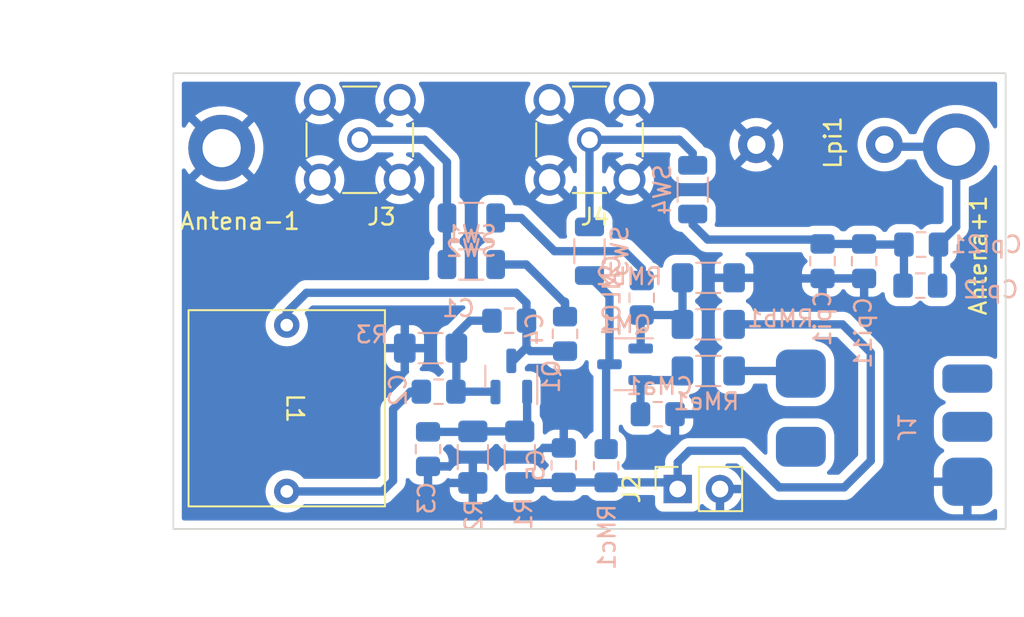
<source format=kicad_pcb>
(kicad_pcb (version 20211014) (generator pcbnew)
  (layers (0 "F.Cu" signal) (31 "B.Cu" signal) (34 "B.Paste" user) (35 "F.Paste" user) (36 "B.SilkS" user "B.Silkscreen") (37 "F.SilkS" user "F.Silkscreen") (38 "B.Mask" user) (39 "F.Mask" user) (44 "Edge.Cuts" user))
  (net 0 "")
  (net 1 "Net-(C1-Pad1)")
  (net 2 "Net-(C1-Pad2)")
  (net 3 "GND")
  (net 4 "Net-(C3-Pad1)")
  (net 5 "/Mixer/LO")
  (net 6 "Net-(CMa1-Pad1)")
  (net 7 "Net-(C2-Pad2)")
  (net 8 "/Antenna/RF_Antenna")
  (net 9 "Net-(CMLO1-Pad1)")
  (net 11 "/SMA_probe/signal_in")
  (net 12 "+12V")
  (net 13 "Net-(Antena+1-Pad1)")
  (net 14 "/audio")
  (net 15 "/Mixer/RF")
  (net 16 "Net-(SW1-Pad2)")
  (net 17 "Net-(SW3-Pad2)")
  (footprint "SMA_T:LPRS_SMA_CONNECTOR" (layer "F.Cu") (at 110.5 107.1 180)
    (fp_text reference "J4" (at -0.325 -4.635 180) (layer "F.SilkS"))
    (fp_text value "SMA_CONNECTOR")
    (fp_line (start 1 3.2) (end -1 3.2) (layer "F.SilkS") (width 0.127))
    (fp_line (start -3.2 1) (end -3.2 -1) (layer "F.SilkS") (width 0.127))
    (fp_line (start -1 -3.2) (end 1 -3.2) (layer "F.SilkS") (width 0.127))
    (fp_line (start 3.2 -1) (end 3.2 1) (layer "F.SilkS") (width 0.127))
    (pad "1" thru_hole circle locked (at 0 0 180) (size 1.508 1.508) (drill 1) (layers *.Cu *.Mask) (net 17 "Net-(SW3-Pad2)"))
    (pad "G1" thru_hole circle locked (at -2.4 -2.4 180) (size 1.92 1.92) (drill 1.28) (layers *.Cu *.Mask) (net 3 "GND"))
    (pad "G2" thru_hole circle locked (at -2.4 2.4 180) (size 1.92 1.92) (drill 1.28) (layers *.Cu *.Mask) (net 3 "GND"))
    (pad "G3" thru_hole circle locked (at 2.4 2.4 180) (size 1.92 1.92) (drill 1.28) (layers *.Cu *.Mask) (net 3 "GND"))
    (pad "G4" thru_hole circle locked (at 2.4 -2.4 180) (size 1.92 1.92) (drill 1.28) (layers *.Cu *.Mask) (net 3 "GND"))
  )
  (footprint "Connector_PinSocket_2.54mm:PinSocket_1x02_P2.54mm_Vertical" (layer "F.Cu") (at 115.8 128.1 90)
    (fp_text reference "J2" (at 0 -2.77 90) (layer "F.SilkS"))
    (fp_text value "Conn_01x02_Female")
    (fp_line (start -1.33 3.87) (end 1.33 3.87) (layer "F.SilkS") (width 0.12))
    (fp_line (start 1.33 -1.33) (end 1.33 0) (layer "F.SilkS") (width 0.12))
    (fp_line (start 1.33 1.27) (end 1.33 3.87) (layer "F.SilkS") (width 0.12))
    (fp_line (start -1.33 1.27) (end -1.33 3.87) (layer "F.SilkS") (width 0.12))
    (fp_line (start 0 -1.33) (end 1.33 -1.33) (layer "F.SilkS") (width 0.12))
    (fp_line (start -1.33 1.27) (end 1.33 1.27) (layer "F.SilkS") (width 0.12))
    (pad "1" thru_hole rect (at 0 0 90) (size 1.7 1.7) (drill 1) (layers *.Cu *.Mask) (net 12 "+12V"))
    (pad "2" thru_hole oval (at 0 2.54 90) (size 1.7 1.7) (drill 1) (layers *.Cu *.Mask) (net 3 "GND"))
  )
  (footprint "SMA_T:LPRS_SMA_CONNECTOR" (layer "F.Cu") (at 96.7 107.1 180)
    (fp_text reference "J3" (at -1.305 -4.635 180) (layer "F.SilkS"))
    (fp_text value "SMA_CONNECTOR")
    (fp_line (start 1 3.2) (end -1 3.2) (layer "F.SilkS") (width 0.127))
    (fp_line (start -1 -3.2) (end 1 -3.2) (layer "F.SilkS") (width 0.127))
    (fp_line (start -3.2 1) (end -3.2 -1) (layer "F.SilkS") (width 0.127))
    (fp_line (start 3.2 -1) (end 3.2 1) (layer "F.SilkS") (width 0.127))
    (pad "1" thru_hole circle locked (at 0 0 180) (size 1.508 1.508) (drill 1) (layers *.Cu *.Mask) (net 16 "Net-(SW1-Pad2)"))
    (pad "G1" thru_hole circle locked (at -2.4 -2.4 180) (size 1.92 1.92) (drill 1.28) (layers *.Cu *.Mask) (net 3 "GND"))
    (pad "G2" thru_hole circle locked (at -2.4 2.4 180) (size 1.92 1.92) (drill 1.28) (layers *.Cu *.Mask) (net 3 "GND"))
    (pad "G3" thru_hole circle locked (at 2.4 2.4 180) (size 1.92 1.92) (drill 1.28) (layers *.Cu *.Mask) (net 3 "GND"))
    (pad "G4" thru_hole circle locked (at 2.4 -2.4 180) (size 1.92 1.92) (drill 1.28) (layers *.Cu *.Mask) (net 3 "GND"))
  )
  (footprint "Connector_Pin:Pin_D1.4mm_L8.5mm_W2.8mm_FlatFork" (layer "F.Cu") (at 132.53 107.52 -90)
    (fp_text reference "Antena+1" (at 6.53 -1.32 90) (layer "F.SilkS"))
    (fp_text value "Conn_01x01_Female")
    (pad "1" thru_hole circle (at 0 0 270) (size 4 4) (drill 2.3) (layers *.Cu *.Mask) (net 13 "Net-(Antena+1-Pad1)"))
  )
  (footprint "Inductor_THT:L_Toroid_Vertical_L21.6mm_W9.1mm_P8.40mm_Bourns_5700" (layer "F.Cu") (at 124.4 107.2 -90)
    (fp_text reference "Lpi1" (at 0.07 -0.725 90) (layer "F.SilkS"))
    (fp_text value "551.6nH")
    (pad "1" thru_hole circle (at 0.19 -3.815 270) (size 2.2 2.2) (drill 1.1) (layers *.Cu *.Mask) (net 13 "Net-(Antena+1-Pad1)"))
    (pad "2" thru_hole circle (at 0.2 3.875 270) (size 2.2 2.2) (drill 1.1) (layers *.Cu *.Mask) (net 3 "GND"))
  )
  (footprint "Connector_Pin:Pin_D1.4mm_L8.5mm_W2.8mm_FlatFork" (layer "F.Cu") (at 88.4 107.6 -90)
    (fp_text reference "Antena-1" (at 4.4 -1.1 180) (layer "F.SilkS"))
    (fp_text value "Conn_01x01_Female")
    (pad "1" thru_hole circle (at 0 0 270) (size 4 4) (drill 2.3) (layers *.Cu *.Mask) (net 3 "GND"))
  )
  (footprint "inductors:air_core_1cm" (layer "F.Cu") (at 92.3131 123.2432 -90)
    (fp_text reference "L1" (at 0 -0.5 -90 unlocked) (layer "F.SilkS"))
    (fp_text value "250n")
    (fp_rect (start -5.9 -5.9) (end 5.9 5.9) (layer "F.SilkS") (width 0.12) (fill none))
    (pad "1" thru_hole circle (at -5 0 270) (size 1.524 1.524) (drill 0.762) (layers *.Cu *.Mask) (net 1 "Net-(C1-Pad1)"))
    (pad "2" thru_hole circle (at 5 0 270) (size 1.524 1.524) (drill 0.762) (layers *.Cu *.Mask) (net 7 "Net-(C2-Pad2)"))
  )
  (footprint "Resistor_SMD:R_1206_3216Metric" (layer "B.Cu") (at 103.4 111.8)
    (fp_text reference "SW2" (at 0 1.82) (layer "B.SilkS") (effects (justify mirror)))
    (fp_text value "SW_DIP_x01")
    (fp_line (start -0.727064 -0.91) (end 0.727064 -0.91) (layer "B.SilkS") (width 0.12))
    (fp_line (start -0.727064 0.91) (end 0.727064 0.91) (layer "B.SilkS") (width 0.12))
    (pad "1" smd roundrect (at -1.4625 0) (size 1.125 1.75) (layers "B.Cu" "B.Paste" "B.Mask") (roundrect_rratio 0.222222) (net 16 "Net-(SW1-Pad2)"))
    (pad "2" smd roundrect (at 1.4625 0) (size 1.125 1.75) (layers "B.Cu" "B.Paste" "B.Mask") (roundrect_rratio 0.222222) (net 5 "/Mixer/LO"))
  )
  (footprint "Resistor_SMD:R_1206_3216Metric" (layer "B.Cu") (at 103.4 114.6 180)
    (fp_text reference "SW1" (at 0 1.82) (layer "B.SilkS") (effects (justify mirror)))
    (fp_text value "SW_DIP_x01")
    (fp_line (start -0.727064 0.91) (end 0.727064 0.91) (layer "B.SilkS") (width 0.12))
    (fp_line (start -0.727064 -0.91) (end 0.727064 -0.91) (layer "B.SilkS") (width 0.12))
    (pad "1" smd roundrect (at -1.4625 0 180) (size 1.125 1.75) (layers "B.Cu" "B.Paste" "B.Mask") (roundrect_rratio 0.222222) (net 11 "/SMA_probe/signal_in"))
    (pad "2" smd roundrect (at 1.4625 0 180) (size 1.125 1.75) (layers "B.Cu" "B.Paste" "B.Mask") (roundrect_rratio 0.222222) (net 16 "Net-(SW1-Pad2)"))
  )
  (footprint "Capacitor_SMD:C_0805_2012Metric_Pad1.18x1.45mm_HandSolder" (layer "B.Cu") (at 113.6375 116.6 90)
    (fp_text reference "CMLO1" (at 0.11 -1.8 90) (layer "B.SilkS") (effects (justify mirror)))
    (fp_text value "100n")
    (fp_line (start -0.261252 0.735) (end 0.261252 0.735) (layer "B.SilkS") (width 0.12))
    (fp_line (start -0.261252 -0.735) (end 0.261252 -0.735) (layer "B.SilkS") (width 0.12))
    (pad "1" smd roundrect (at -1.0375 0 90) (size 1.175 1.45) (layers "B.Cu" "B.Paste" "B.Mask") (roundrect_rratio 0.212766) (net 9 "Net-(CMLO1-Pad1)"))
    (pad "2" smd roundrect (at 1.0375 0 90) (size 1.175 1.45) (layers "B.Cu" "B.Paste" "B.Mask") (roundrect_rratio 0.212766) (net 5 "/Mixer/LO"))
  )
  (footprint "Jack Sigma:Jack_Sigma" (layer "B.Cu") (at 128.2 124.3 90)
    (fp_text reference "J1" (at -0.08 1.32 270 unlocked) (layer "B.SilkS") (effects (justify mirror)))
    (fp_text value "AudioJack3")
    (pad "R" smd roundrect (at 2.84 5) (size 3 1.7) (layers "B.Cu" "B.Paste" "B.Mask"))
    (pad "S" smd roundrect (at -3.36 5) (size 3 2.9) (layers "B.Cu" "B.Paste" "B.Mask") (net 3 "GND"))
    (pad "T" smd roundrect (at 3.14 -5) (size 3 2.9) (layers "B.Cu" "B.Paste" "B.Mask") (net 14 "/audio"))
    (pad "TR" smd roundrect (at -0.06 5) (size 3 1.8) (layers "B.Cu" "B.Paste" "B.Mask"))
    (pad "TS" smd roundrect (at -1.26 -5) (size 3 2.4) (layers "B.Cu" "B.Paste" "B.Mask"))
  )
  (footprint "Resistor_SMD:R_1206_3216Metric" (layer "B.Cu") (at 116.7 110.1 -90)
    (fp_text reference "SW4" (at 0 1.82 90) (layer "B.SilkS") (effects (justify mirror)))
    (fp_text value "SW_DIP_x01")
    (fp_line (start -0.727064 -0.91) (end 0.727064 -0.91) (layer "B.SilkS") (width 0.12))
    (fp_line (start -0.727064 0.91) (end 0.727064 0.91) (layer "B.SilkS") (width 0.12))
    (pad "1" smd roundrect (at -1.4625 0 270) (size 1.125 1.75) (layers "B.Cu" "B.Paste" "B.Mask") (roundrect_rratio 0.222222) (net 17 "Net-(SW3-Pad2)"))
    (pad "2" smd roundrect (at 1.4625 0 270) (size 1.125 1.75) (layers "B.Cu" "B.Paste" "B.Mask") (roundrect_rratio 0.222222) (net 8 "/Antenna/RF_Antenna"))
  )
  (footprint "Package_TO_SOT_SMD:SOT-23" (layer "B.Cu") (at 105.8038 121.3312 90)
    (fp_text reference "Q1" (at 0 2.4 90) (layer "B.SilkS") (effects (justify mirror)))
    (fp_text value "MMBT3904")
    (fp_line (start 0 1.56) (end 0.65 1.56) (layer "B.SilkS") (width 0.12))
    (fp_line (start 0 1.56) (end -1.675 1.56) (layer "B.SilkS") (width 0.12))
    (fp_line (start 0 -1.56) (end 0.65 -1.56) (layer "B.SilkS") (width 0.12))
    (fp_line (start 0 -1.56) (end -0.65 -1.56) (layer "B.SilkS") (width 0.12))
    (pad "1" smd roundrect (at -0.9375 0.95 90) (size 1.475 0.6) (layers "B.Cu" "B.Paste" "B.Mask") (net 4 "Net-(C3-Pad1)"))
    (pad "2" smd roundrect (at -0.9375 -0.95 90) (size 1.475 0.6) (layers "B.Cu" "B.Paste" "B.Mask") (net 2 "Net-(C1-Pad2)"))
    (pad "3" smd roundrect (at 0.9375 0 90) (size 1.475 0.6) (layers "B.Cu" "B.Paste" "B.Mask") (net 1 "Net-(C1-Pad1)"))
  )
  (footprint "Capacitor_SMD:C_0805_2012Metric_Pad1.18x1.45mm_HandSolder" (layer "B.Cu") (at 114.6 123.6)
    (fp_text reference "CMa1" (at 0.11 -1.68) (layer "B.SilkS") (effects (justify mirror)))
    (fp_text value "100n")
    (fp_line (start -0.261252 -0.735) (end 0.261252 -0.735) (layer "B.SilkS") (width 0.12))
    (fp_line (start -0.261252 0.735) (end 0.261252 0.735) (layer "B.SilkS") (width 0.12))
    (pad "1" smd roundrect (at -1.0375 0) (size 1.175 1.45) (layers "B.Cu" "B.Paste" "B.Mask") (roundrect_rratio 0.212766) (net 6 "Net-(CMa1-Pad1)"))
    (pad "2" smd roundrect (at 1.0375 0) (size 1.175 1.45) (layers "B.Cu" "B.Paste" "B.Mask") (roundrect_rratio 0.212766) (net 3 "GND"))
  )
  (footprint "Resistor_SMD:R_1206_3216Metric_Pad1.30x1.75mm_HandSolder" (layer "B.Cu") (at 117.6375 115.4)
    (fp_text reference "RMb2" (at -4.76 -0.08) (layer "B.SilkS") (effects (justify mirror)))
    (fp_text value "100k")
    (fp_line (start -0.727064 0.91) (end 0.727064 0.91) (layer "B.SilkS") (width 0.12))
    (fp_line (start -0.727064 -0.91) (end 0.727064 -0.91) (layer "B.SilkS") (width 0.12))
    (pad "1" smd roundrect (at -1.55 0) (size 1.3 1.75) (layers "B.Cu" "B.Paste" "B.Mask") (roundrect_rratio 0.192308) (net 9 "Net-(CMLO1-Pad1)"))
    (pad "2" smd roundrect (at 1.55 0) (size 1.3 1.75) (layers "B.Cu" "B.Paste" "B.Mask") (roundrect_rratio 0.192308) (net 3 "GND"))
  )
  (footprint "Capacitor_SMD:C_0805_2012Metric_Pad1.18x1.45mm_HandSolder" (layer "B.Cu") (at 109.0296 118.7722 90)
    (fp_text reference "C4" (at 0.3048 -1.8288 90) (layer "B.SilkS") (effects (justify mirror)))
    (fp_text value "100n")
    (fp_line (start -0.261252 -0.735) (end 0.261252 -0.735) (layer "B.SilkS") (width 0.12))
    (fp_line (start -0.261252 0.735) (end 0.261252 0.735) (layer "B.SilkS") (width 0.12))
    (pad "1" smd roundrect (at -1.0375 0 90) (size 1.175 1.45) (layers "B.Cu" "B.Paste" "B.Mask") (roundrect_rratio 0.212766) (net 1 "Net-(C1-Pad1)"))
    (pad "2" smd roundrect (at 1.0375 0 90) (size 1.175 1.45) (layers "B.Cu" "B.Paste" "B.Mask") (roundrect_rratio 0.212766) (net 11 "/SMA_probe/signal_in"))
  )
  (footprint "Capacitor_SMD:C_0805_2012Metric_Pad1.18x1.45mm_HandSolder" (layer "B.Cu") (at 108.9556 126.6658 -90)
    (fp_text reference "C5" (at 0 1.68 90) (layer "B.SilkS") (effects (justify mirror)))
    (fp_text value "100n")
    (fp_line (start -0.261252 0.735) (end 0.261252 0.735) (layer "B.SilkS") (width 0.12))
    (fp_line (start -0.261252 -0.735) (end 0.261252 -0.735) (layer "B.SilkS") (width 0.12))
    (pad "1" smd roundrect (at -1.0375 0 270) (size 1.175 1.45) (layers "B.Cu" "B.Paste" "B.Mask") (roundrect_rratio 0.212766) (net 3 "GND"))
    (pad "2" smd roundrect (at 1.0375 0 270) (size 1.175 1.45) (layers "B.Cu" "B.Paste" "B.Mask") (roundrect_rratio 0.212766) (net 12 "+12V"))
  )
  (footprint "Resistor_SMD:R_1206_3216Metric_Pad1.30x1.75mm_HandSolder" (layer "B.Cu") (at 106.3118 126.1826 90)
    (fp_text reference "R1" (at -3.4036 0.2286 90) (layer "B.SilkS") (effects (justify mirror)))
    (fp_text value "10k")
    (fp_line (start -0.727064 -0.91) (end 0.727064 -0.91) (layer "B.SilkS") (width 0.12))
    (fp_line (start -0.727064 0.91) (end 0.727064 0.91) (layer "B.SilkS") (width 0.12))
    (pad "1" smd roundrect (at -1.55 0 90) (size 1.3 1.75) (layers "B.Cu" "B.Paste" "B.Mask") (roundrect_rratio 0.192308) (net 12 "+12V"))
    (pad "2" smd roundrect (at 1.55 0 90) (size 1.3 1.75) (layers "B.Cu" "B.Paste" "B.Mask") (roundrect_rratio 0.192308) (net 4 "Net-(C3-Pad1)"))
  )
  (footprint "Resistor_SMD:R_1206_3216Metric" (layer "B.Cu") (at 110.5 113.8 90)
    (fp_text reference "SW3" (at 0 1.82 90) (layer "B.SilkS") (effects (justify mirror)))
    (fp_text value "SW_DIP_x01")
    (fp_line (start -0.727064 0.91) (end 0.727064 0.91) (layer "B.SilkS") (width 0.12))
    (fp_line (start -0.727064 -0.91) (end 0.727064 -0.91) (layer "B.SilkS") (width 0.12))
    (pad "1" smd roundrect (at -1.4625 0 90) (size 1.125 1.75) (layers "B.Cu" "B.Paste" "B.Mask") (roundrect_rratio 0.222222) (net 15 "/Mixer/RF"))
    (pad "2" smd roundrect (at 1.4625 0 90) (size 1.125 1.75) (layers "B.Cu" "B.Paste" "B.Mask") (roundrect_rratio 0.222222) (net 17 "Net-(SW3-Pad2)"))
  )
  (footprint "Capacitor_SMD:C_0805_2012Metric_Pad1.18x1.45mm_HandSolder" (layer "B.Cu") (at 127 114.4 90)
    (fp_text reference "Cpi11" (at -4.3125 -0.06 90) (layer "B.SilkS") (effects (justify mirror)))
    (fp_text value "220p")
    (fp_line (start -0.261252 -0.735) (end 0.261252 -0.735) (layer "B.SilkS") (width 0.12))
    (fp_line (start -0.261252 0.735) (end 0.261252 0.735) (layer "B.SilkS") (width 0.12))
    (pad "1" smd roundrect (at -1.0375 0 90) (size 1.175 1.45) (layers "B.Cu" "B.Paste" "B.Mask") (roundrect_rratio 0.212766) (net 3 "GND"))
    (pad "2" smd roundrect (at 1.0375 0 90) (size 1.175 1.45) (layers "B.Cu" "B.Paste" "B.Mask") (roundrect_rratio 0.212766) (net 8 "/Antenna/RF_Antenna"))
  )
  (footprint "Capacitor_SMD:C_0805_2012Metric_Pad1.18x1.45mm_HandSolder" (layer "B.Cu") (at 130.43 113.4)
    (fp_text reference "Cpi21" (at 3.91 0) (layer "B.SilkS") (effects (justify mirror)))
    (fp_text value "33p")
    (fp_line (start -0.261252 -0.735) (end 0.261252 -0.735) (layer "B.SilkS") (width 0.12))
    (fp_line (start -0.261252 0.735) (end 0.261252 0.735) (layer "B.SilkS") (width 0.12))
    (pad "1" smd roundrect (at -1.0375 0) (size 1.175 1.45) (layers "B.Cu" "B.Paste" "B.Mask") (roundrect_rratio 0.212766) (net 8 "/Antenna/RF_Antenna"))
    (pad "2" smd roundrect (at 1.0375 0) (size 1.175 1.45) (layers "B.Cu" "B.Paste" "B.Mask") (roundrect_rratio 0.212766) (net 13 "Net-(Antena+1-Pad1)"))
  )
  (footprint "Resistor_SMD:R_1206_3216Metric_Pad1.30x1.75mm_HandSolder" (layer "B.Cu") (at 103.4924 126.1826 -90)
    (fp_text reference "R2" (at 3.5052 -0.0508 90) (layer "B.SilkS") (effects (justify mirror)))
    (fp_text value "15k")
    (fp_line (start -0.727064 0.91) (end 0.727064 0.91) (layer "B.SilkS") (width 0.12))
    (fp_line (start -0.727064 -0.91) (end 0.727064 -0.91) (layer "B.SilkS") (width 0.12))
    (pad "1" smd roundrect (at -1.55 0 270) (size 1.3 1.75) (layers "B.Cu" "B.Paste" "B.Mask") (roundrect_rratio 0.192308) (net 4 "Net-(C3-Pad1)"))
    (pad "2" smd roundrect (at 1.55 0 270) (size 1.3 1.75) (layers "B.Cu" "B.Paste" "B.Mask") (roundrect_rratio 0.192308) (net 3 "GND"))
  )
  (footprint "Capacitor_SMD:C_0805_2012Metric_Pad1.18x1.45mm_HandSolder" (layer "B.Cu") (at 124.5 114.4 -90)
    (fp_text reference "Cpi1" (at 3.45 0 -270) (layer "B.SilkS") (effects (justify mirror)))
    (fp_text value "220p")
    (fp_line (start -0.261252 -0.735) (end 0.261252 -0.735) (layer "B.SilkS") (width 0.12))
    (fp_line (start -0.261252 0.735) (end 0.261252 0.735) (layer "B.SilkS") (width 0.12))
    (pad "1" smd roundrect (at -1.0375 0 270) (size 1.175 1.45) (layers "B.Cu" "B.Paste" "B.Mask") (roundrect_rratio 0.212766) (net 8 "/Antenna/RF_Antenna"))
    (pad "2" smd roundrect (at 1.0375 0 270) (size 1.175 1.45) (layers "B.Cu" "B.Paste" "B.Mask") (roundrect_rratio 0.212766) (net 3 "GND"))
  )
  (footprint "Capacitor_SMD:C_0805_2012Metric_Pad1.18x1.45mm_HandSolder" (layer "B.Cu") (at 105.6768 117.9784 180)
    (fp_text reference "C1" (at 3.048 0.7366) (layer "B.SilkS") (effects (justify mirror)))
    (fp_text value "220p")
    (fp_line (start -0.261252 0.735) (end 0.261252 0.735) (layer "B.SilkS") (width 0.12))
    (fp_line (start -0.261252 -0.735) (end 0.261252 -0.735) (layer "B.SilkS") (width 0.12))
    (pad "1" smd roundrect (at -1.0375 0 180) (size 1.175 1.45) (layers "B.Cu" "B.Paste" "B.Mask") (roundrect_rratio 0.212766) (net 1 "Net-(C1-Pad1)"))
    (pad "2" smd roundrect (at 1.0375 0 180) (size 1.175 1.45) (layers "B.Cu" "B.Paste" "B.Mask") (roundrect_rratio 0.212766) (net 2 "Net-(C1-Pad2)"))
  )
  (footprint "Resistor_SMD:R_0805_2012Metric_Pad1.20x1.40mm_HandSolder" (layer "B.Cu") (at 111.5 126.7 90)
    (fp_text reference "RMc1" (at -4.29 0.05 90) (layer "B.SilkS") (effects (justify mirror)))
    (fp_text value "220")
    (fp_line (start -0.227064 0.735) (end 0.227064 0.735) (layer "B.SilkS") (width 0.12))
    (fp_line (start -0.227064 -0.735) (end 0.227064 -0.735) (layer "B.SilkS") (width 0.12))
    (pad "1" smd roundrect (at -1 0 90) (size 1.2 1.4) (layers "B.Cu" "B.Paste" "B.Mask") (roundrect_rratio 0.208333) (net 12 "+12V"))
    (pad "2" smd roundrect (at 1 0 90) (size 1.2 1.4) (layers "B.Cu" "B.Paste" "B.Mask") (roundrect_rratio 0.208333) (net 15 "/Mixer/RF"))
  )
  (footprint "Capacitor_SMD:C_0805_2012Metric_Pad1.18x1.45mm_HandSolder" (layer "B.Cu") (at 130.3775 115.87)
    (fp_text reference "Cpi2" (at 4.2225 0.24) (layer "B.SilkS") (effects (justify mirror)))
    (fp_text value "33p")
    (fp_line (start -0.261252 0.735) (end 0.261252 0.735) (layer "B.SilkS") (width 0.12))
    (fp_line (start -0.261252 -0.735) (end 0.261252 -0.735) (layer "B.SilkS") (width 0.12))
    (pad "1" smd roundrect (at -1.0375 0) (size 1.175 1.45) (layers "B.Cu" "B.Paste" "B.Mask") (roundrect_rratio 0.212766) (net 8 "/Antenna/RF_Antenna"))
    (pad "2" smd roundrect (at 1.0375 0) (size 1.175 1.45) (layers "B.Cu" "B.Paste" "B.Mask") (roundrect_rratio 0.212766) (net 13 "Net-(Antena+1-Pad1)"))
  )
  (footprint "Package_TO_SOT_SMD:SOT-23" (layer "B.Cu") (at 112.6375 120.6 180)
    (fp_text reference "QM1" (at 0 2.4) (layer "B.SilkS") (effects (justify mirror)))
    (fp_text value "MMBT3904")
    (fp_line (start 0 -1.56) (end 0.65 -1.56) (layer "B.SilkS") (width 0.12))
    (fp_line (start 0 1.56) (end -1.675 1.56) (layer "B.SilkS") (width 0.12))
    (fp_line (start 0 1.56) (end 0.65 1.56) (layer "B.SilkS") (width 0.12))
    (fp_line (start 0 -1.56) (end -0.65 -1.56) (layer "B.SilkS") (width 0.12))
    (pad "1" smd roundrect (at -0.9375 0.95 180) (size 1.475 0.6) (layers "B.Cu" "B.Paste" "B.Mask") (net 9 "Net-(CMLO1-Pad1)"))
    (pad "2" smd roundrect (at -0.9375 -0.95 180) (size 1.475 0.6) (layers "B.Cu" "B.Paste" "B.Mask") (net 6 "Net-(CMa1-Pad1)"))
    (pad "3" smd roundrect (at 0.9375 0 180) (size 1.475 0.6) (layers "B.Cu" "B.Paste" "B.Mask") (net 15 "/Mixer/RF"))
  )
  (footprint "Capacitor_SMD:C_0805_2012Metric_Pad1.18x1.45mm_HandSolder" (layer "B.Cu") (at 101.435 122.2456 180)
    (fp_text reference "C2" (at 2.4384 0.1016 90) (layer "B.SilkS") (effects (justify mirror)))
    (fp_text value "220p")
    (fp_line (start -0.261252 -0.735) (end 0.261252 -0.735) (layer "B.SilkS") (width 0.12))
    (fp_line (start -0.261252 0.735) (end 0.261252 0.735) (layer "B.SilkS") (width 0.12))
    (pad "1" smd roundrect (at -1.0375 0 180) (size 1.175 1.45) (layers "B.Cu" "B.Paste" "B.Mask") (roundrect_rratio 0.212766) (net 2 "Net-(C1-Pad2)"))
    (pad "2" smd roundrect (at 1.0375 0 180) (size 1.175 1.45) (layers "B.Cu" "B.Paste" "B.Mask") (roundrect_rratio 0.212766) (net 7 "Net-(C2-Pad2)"))
  )
  (footprint "Resistor_SMD:R_1206_3216Metric_Pad1.30x1.75mm_HandSolder" (layer "B.Cu") (at 117.6375 118.2 180)
    (fp_text reference "RMb1" (at -4.33 0.35) (layer "B.SilkS") (effects (justify mirror)))
    (fp_text value "100k")
    (fp_line (start -0.727064 -0.91) (end 0.727064 -0.91) (layer "B.SilkS") (width 0.12))
    (fp_line (start -0.727064 0.91) (end 0.727064 0.91) (layer "B.SilkS") (width 0.12))
    (pad "1" smd roundrect (at -1.55 0 180) (size 1.3 1.75) (layers "B.Cu" "B.Paste" "B.Mask") (roundrect_rratio 0.192308) (net 12 "+12V"))
    (pad "2" smd roundrect (at 1.55 0 180) (size 1.3 1.75) (layers "B.Cu" "B.Paste" "B.Mask") (roundrect_rratio 0.192308) (net 9 "Net-(CMLO1-Pad1)"))
  )
  (footprint "Resistor_SMD:R_1206_3216Metric_Pad1.30x1.75mm_HandSolder" (layer "B.Cu") (at 100.9524 119.6294 180)
    (fp_text reference "R3" (at 3.5306 0.8128) (layer "B.SilkS") (effects (justify mirror)))
    (fp_text value "470")
    (fp_line (start -0.727064 -0.91) (end 0.727064 -0.91) (layer "B.SilkS") (width 0.12))
    (fp_line (start -0.727064 0.91) (end 0.727064 0.91) (layer "B.SilkS") (width 0.12))
    (pad "1" smd roundrect (at -1.55 0 180) (size 1.3 1.75) (layers "B.Cu" "B.Paste" "B.Mask") (roundrect_rratio 0.192308) (net 2 "Net-(C1-Pad2)"))
    (pad "2" smd roundrect (at 1.55 0 180) (size 1.3 1.75) (layers "B.Cu" "B.Paste" "B.Mask") (roundrect_rratio 0.192308) (net 3 "GND"))
  )
  (footprint "Capacitor_SMD:C_0805_2012Metric_Pad1.18x1.45mm_HandSolder" (layer "B.Cu") (at 100.8 125.7 -90)
    (fp_text reference "C3" (at 2.9464 0.0762 90) (layer "B.SilkS") (effects (justify mirror)))
    (fp_text value "100n")
    (fp_line (start -0.261252 -0.735) (end 0.261252 -0.735) (layer "B.SilkS") (width 0.12))
    (fp_line (start -0.261252 0.735) (end 0.261252 0.735) (layer "B.SilkS") (width 0.12))
    (pad "1" smd roundrect (at -1.0375 0 270) (size 1.175 1.45) (layers "B.Cu" "B.Paste" "B.Mask") (roundrect_rratio 0.212766) (net 4 "Net-(C3-Pad1)"))
    (pad "2" smd roundrect (at 1.0375 0 270) (size 1.175 1.45) (layers "B.Cu" "B.Paste" "B.Mask") (roundrect_rratio 0.212766) (net 3 "GND"))
  )
  (footprint "Resistor_SMD:R_1206_3216Metric_Pad1.30x1.75mm_HandSolder" (layer "B.Cu") (at 117.6375 121)
    (fp_text reference "RMe1" (at -0.12 1.84) (layer "B.SilkS") (effects (justify mirror)))
    (fp_text value "100")
    (fp_line (start -0.727064 -0.91) (end 0.727064 -0.91) (layer "B.SilkS") (width 0.12))
    (fp_line (start -0.727064 0.91) (end 0.727064 0.91) (layer "B.SilkS") (width 0.12))
    (pad "1" smd roundrect (at -1.55 0) (size 1.3 1.75) (layers "B.Cu" "B.Paste" "B.Mask") (roundrect_rratio 0.192308) (net 6 "Net-(CMa1-Pad1)"))
    (pad "2" smd roundrect (at 1.55 0) (size 1.3 1.75) (layers "B.Cu" "B.Paste" "B.Mask") (roundrect_rratio 0.192308) (net 14 "/audio"))
  )
  (gr_rect (start 85.5 103.1) (end 135.5 130.5) (layer "Edge.Cuts") (width 0.1) (fill none))
  (segment (start 93.5 116.3) (end 92.3131 117.4869) (width 0.5) (layer "B.Cu") (net 1))
  (segment (start 106.9383 119.8097) (end 106.7143 119.5857) (width 0.5) (layer "B.Cu") (net 1))
  (segment (start 109.0296 119.8097) (end 106.9383 119.8097) (width 0.5) (layer "B.Cu") (net 1))
  (segment (start 92.3131 117.4869) (end 92.3131 118.2432) (width 0.5) (layer "B.Cu") (net 1))
  (segment (start 106.7143 119.5857) (end 106.7143 117.9784) (width 0.5) (layer "B.Cu") (net 1))
  (segment (start 106.7143 116.9143) (end 106.1 116.3) (width 0.5) (layer "B.Cu") (net 1))
  (segment (start 105.8038 120.3937) (end 105.9063 120.3937) (width 0.5) (layer "B.Cu") (net 1))
  (segment (start 106.1 116.3) (end 93.5 116.3) (width 0.5) (layer "B.Cu") (net 1))
  (segment (start 105.9063 120.3937) (end 106.7143 119.5857) (width 0.5) (layer "B.Cu") (net 1))
  (segment (start 106.7143 117.9784) (end 106.7143 116.9143) (width 0.5) (layer "B.Cu") (net 1))
  (segment (start 102.5024 122.2157) (end 102.4725 122.2456) (width 0.5) (layer "B.Cu") (net 2))
  (segment (start 104.8307 122.2456) (end 104.8538 122.2687) (width 0.5) (layer "B.Cu") (net 2))
  (segment (start 102.4725 122.2456) (end 104.8307 122.2456) (width 0.5) (layer "B.Cu") (net 2))
  (segment (start 103.3216 117.9784) (end 102.5024 118.7976) (width 0.5) (layer "B.Cu") (net 2))
  (segment (start 102.5024 118.7976) (end 102.5024 119.6294) (width 0.5) (layer "B.Cu") (net 2))
  (segment (start 102.5024 119.6294) (end 102.5024 122.2157) (width 0.5) (layer "B.Cu") (net 2))
  (segment (start 104.6393 117.9784) (end 103.3216 117.9784) (width 0.5) (layer "B.Cu") (net 2))
  (segment (start 103.4924 124.6326) (end 106.3118 124.6326) (width 0.5) (layer "B.Cu") (net 4))
  (segment (start 106.7538 122.2687) (end 106.7538 124.1906) (width 0.5) (layer "B.Cu") (net 4))
  (segment (start 103.4625 124.6625) (end 103.4924 124.6326) (width 0.5) (layer "B.Cu") (net 4))
  (segment (start 100.8 124.6625) (end 103.4625 124.6625) (width 0.5) (layer "B.Cu") (net 4))
  (segment (start 106.7538 124.1906) (end 106.3118 124.6326) (width 0.5) (layer "B.Cu") (net 4))
  (segment (start 108.4 113.8) (end 112.6 113.8) (width 0.5) (layer "B.Cu") (net 5))
  (segment (start 104.8625 111.8) (end 106.4 111.8) (width 0.5) (layer "B.Cu") (net 5))
  (segment (start 112.6 113.8) (end 113.6375 114.8375) (width 0.5) (layer "B.Cu") (net 5))
  (segment (start 113.6375 114.8375) (end 113.6375 115.5625) (width 0.5) (layer "B.Cu") (net 5))
  (segment (start 106.4 111.8) (end 108.4 113.8) (width 0.5) (layer "B.Cu") (net 5))
  (segment (start 113.575 121.55) (end 115.5375 121.55) (width 0.5) (layer "B.Cu") (net 6))
  (segment (start 113.5625 121.5625) (end 113.575 121.55) (width 0.5) (layer "B.Cu") (net 6))
  (segment (start 113.5625 123.6) (end 113.5625 121.5625) (width 0.5) (layer "B.Cu") (net 6))
  (segment (start 115.5375 121.55) (end 116.0875 121) (width 0.5) (layer "B.Cu") (net 6))
  (segment (start 98.0568 128.2432) (end 98.7 127.6) (width 0.5) (layer "B.Cu") (net 7))
  (segment (start 98.7 123.3) (end 99.7544 122.2456) (width 0.5) (layer "B.Cu") (net 7))
  (segment (start 99.7544 122.2456) (end 100.3975 122.2456) (width 0.5) (layer "B.Cu") (net 7))
  (segment (start 98.7 127.6) (end 98.7 123.3) (width 0.5) (layer "B.Cu") (net 7))
  (segment (start 92.3131 128.2432) (end 98.0568 128.2432) (width 0.5) (layer "B.Cu") (net 7))
  (segment (start 129.3925 113.4) (end 129.3925 115.8175) (width 0.5) (layer "B.Cu") (net 8))
  (segment (start 116.7 112.2) (end 117.6 113.1) (width 0.5) (layer "B.Cu") (net 8))
  (segment (start 129.3925 115.8175) (end 129.34 115.87) (width 0.5) (layer "B.Cu") (net 8))
  (segment (start 116.7 111.5625) (end 116.7 112.2) (width 0.5) (layer "B.Cu") (net 8))
  (segment (start 129.3925 113.4) (end 127.0375 113.4) (width 0.5) (layer "B.Cu") (net 8))
  (segment (start 124.2375 113.1) (end 124.5 113.3625) (width 0.5) (layer "B.Cu") (net 8))
  (segment (start 127 113.3625) (end 124.5 113.3625) (width 0.5) (layer "B.Cu") (net 8))
  (segment (start 127.0375 113.4) (end 127 113.3625) (width 0.5) (layer "B.Cu") (net 8))
  (segment (start 117.6 113.1) (end 124.2375 113.1) (width 0.5) (layer "B.Cu") (net 8))
  (segment (start 116.0875 118.2) (end 116.0875 115.4) (width 0.5) (layer "B.Cu") (net 9))
  (segment (start 115.525 117.6375) (end 116.0875 118.2) (width 0.5) (layer "B.Cu") (net 9))
  (segment (start 113.575 117.7) (end 113.6375 117.6375) (width 0.5) (layer "B.Cu") (net 9))
  (segment (start 113.575 119.65) (end 113.575 117.7) (width 0.5) (layer "B.Cu") (net 9))
  (segment (start 113.6375 117.6375) (end 115.525 117.6375) (width 0.5) (layer "B.Cu") (net 9))
  (segment (start 104.8625 114.6) (end 106.7 114.6) (width 0.5) (layer "B.Cu") (net 11))
  (segment (start 109.0296 116.8296) (end 109.0296 117.7347) (width 0.5) (layer "B.Cu") (net 11))
  (segment (start 109.0296 116.9296) (end 109.0296 117.7347) (width 0.5) (layer "B.Cu") (net 11))
  (segment (start 106.7 114.6) (end 109.0296 116.9296) (width 0.5) (layer "B.Cu") (net 11))
  (segment (start 111.4967 127.7033) (end 111.5 127.7) (width 0.5) (layer "B.Cu") (net 12))
  (segment (start 106.3118 127.7326) (end 108.9263 127.7326) (width 0.5) (layer "B.Cu") (net 12))
  (segment (start 125.8 128) (end 127.4 126.4) (width 0.5) (layer "B.Cu") (net 12))
  (segment (start 125.7 118.2) (end 119.1875 118.2) (width 0.5) (layer "B.Cu") (net 12))
  (segment (start 115.8 128.1) (end 115.8 126.5) (width 0.5) (layer "B.Cu") (net 12))
  (segment (start 115.4 127.7) (end 115.8 128.1) (width 0.5) (layer "B.Cu") (net 12))
  (segment (start 127.4 126.4) (end 127.4 119.9) (width 0.5) (layer "B.Cu") (net 12))
  (segment (start 108.9263 127.7326) (end 108.9556 127.7033) (width 0.5) (layer "B.Cu") (net 12))
  (segment (start 116.5 125.8) (end 119.7 125.8) (width 0.5) (layer "B.Cu") (net 12))
  (segment (start 121.9 128) (end 125.8 128) (width 0.5) (layer "B.Cu") (net 12))
  (segment (start 127.4 119.9) (end 125.7 118.2) (width 0.5) (layer "B.Cu") (net 12))
  (segment (start 108.9556 127.7033) (end 111.4967 127.7033) (width 0.5) (layer "B.Cu") (net 12))
  (segment (start 111.5 127.7) (end 115.4 127.7) (width 0.5) (layer "B.Cu") (net 12))
  (segment (start 119.7 125.8) (end 121.9 128) (width 0.5) (layer "B.Cu") (net 12))
  (segment (start 115.8 126.5) (end 116.5 125.8) (width 0.5) (layer "B.Cu") (net 12))
  (segment (start 132.53 107.52) (end 132.53 112.3375) (width 0.5) (layer "B.Cu") (net 13))
  (segment (start 131.415 113.4525) (end 131.4675 113.4) (width 0.5) (layer "B.Cu") (net 13))
  (segment (start 132.53 112.3375) (end 131.4675 113.4) (width 0.5) (layer "B.Cu") (net 13))
  (segment (start 128.345 107.52) (end 128.215 107.39) (width 0.5) (layer "B.Cu") (net 13))
  (segment (start 131.415 115.87) (end 131.415 113.4525) (width 0.5) (layer "B.Cu") (net 13))
  (segment (start 132.53 107.52) (end 128.345 107.52) (width 0.5) (layer "B.Cu") (net 13))
  (segment (start 123.04 121) (end 123.2 121.16) (width 0.5) (layer "B.Cu") (net 14))
  (segment (start 119.1875 121) (end 123.04 121) (width 0.5) (layer "B.Cu") (net 14))
  (segment (start 110.5 115.2625) (end 110.5 115.3) (width 0.5) (layer "B.Cu") (net 15))
  (segment (start 111.5 120.8) (end 111.7 120.6) (width 0.5) (layer "B.Cu") (net 15))
  (segment (start 111.7 116.5) (end 111.7 120.6) (width 0.5) (layer "B.Cu") (net 15))
  (segment (start 110.5 115.3) (end 111.7 116.5) (width 0.5) (layer "B.Cu") (net 15))
  (segment (start 111.5 125.7) (end 111.5 120.8) (width 0.5) (layer "B.Cu") (net 15))
  (segment (start 101.9375 111.8) (end 101.9375 114.6) (width 0.5) (layer "B.Cu") (net 16))
  (segment (start 96.7 107.1) (end 100.6 107.1) (width 0.5) (layer "B.Cu") (net 16))
  (segment (start 100.6 107.1) (end 101.9375 108.4375) (width 0.5) (layer "B.Cu") (net 16))
  (segment (start 101.9375 108.4375) (end 101.9375 111.8) (width 0.5) (layer "B.Cu") (net 16))
  (segment (start 115.9 107.1) (end 116.7 107.9) (width 0.5) (layer "B.Cu") (net 17))
  (segment (start 116.7 107.9) (end 116.7 108.6375) (width 0.5) (layer "B.Cu") (net 17))
  (segment (start 110.5 107.1) (end 110.5 112.3375) (width 0.5) (layer "B.Cu") (net 17))
  (segment (start 110.5 107.1) (end 115.9 107.1) (width 0.5) (layer "B.Cu") (net 17))
  (zone (net 3) (net_name "GND") (layer "B.Cu") (connect_pads (clearance 0.508)) (min_thickness 0.254) (fill yes (thermal_gap 0.508) (thermal_bridge_width 0.508))
    (polygon (pts (xy 135.5 130.5) (xy 85.5 130.5) (xy 85.5 103.1) (xy 135.5 103.1)))
  )
)
</source>
